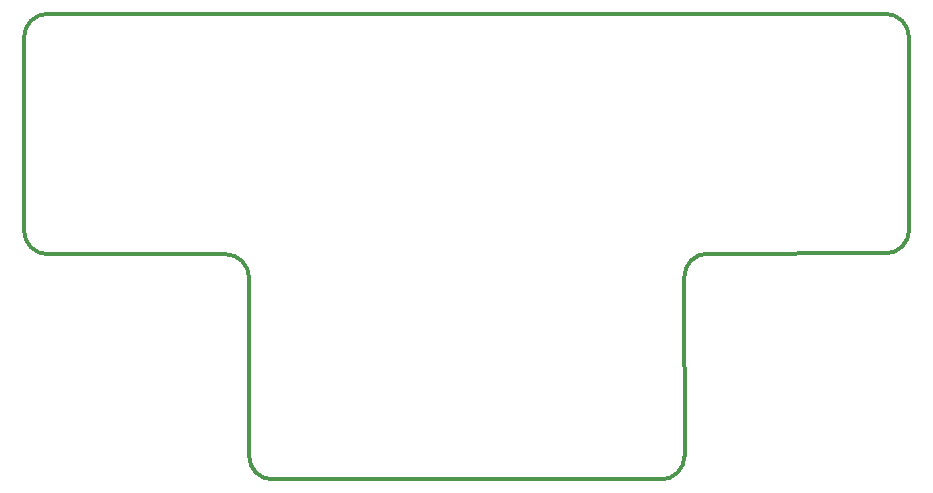
<source format=gm1>
G04 #@! TF.GenerationSoftware,KiCad,Pcbnew,8.0.5*
G04 #@! TF.CreationDate,2024-09-18T06:56:01+09:00*
G04 #@! TF.ProjectId,SandyLP_Plate_Top,53616e64-794c-4505-9f50-6c6174655f54,v.0*
G04 #@! TF.SameCoordinates,Original*
G04 #@! TF.FileFunction,Profile,NP*
%FSLAX46Y46*%
G04 Gerber Fmt 4.6, Leading zero omitted, Abs format (unit mm)*
G04 Created by KiCad (PCBNEW 8.0.5) date 2024-09-18 06:56:01*
%MOMM*%
%LPD*%
G01*
G04 APERTURE LIST*
G04 #@! TA.AperFunction,Profile*
%ADD10C,0.300000*%
G04 #@! TD*
G04 APERTURE END LIST*
D10*
X120505310Y-33753365D02*
X120505310Y-17397075D01*
X122505310Y-35753365D02*
X137555310Y-35753365D01*
X139555310Y-52826258D02*
X139555310Y-37753365D01*
X141555310Y-54826258D02*
X174430220Y-54824151D01*
X176430220Y-52824151D02*
X176405310Y-37692579D01*
X178405310Y-35692579D02*
X193442810Y-35682579D01*
X193442810Y-15397075D02*
X122505310Y-15397075D01*
X195442810Y-33682579D02*
X195442810Y-17397075D01*
X120505310Y-17397075D02*
G75*
G02*
X122505310Y-15397075I1999999J1D01*
G01*
X122505310Y-35753365D02*
G75*
G02*
X120505310Y-33753365I-1J1999999D01*
G01*
X137555310Y-35753365D02*
G75*
G02*
X139555310Y-37753365I1J-1999999D01*
G01*
X141555310Y-54826258D02*
G75*
G02*
X139555310Y-52826258I-1J1999999D01*
G01*
X176405310Y-37692579D02*
G75*
G02*
X178405310Y-35692575I1999950J54D01*
G01*
X176430220Y-52824151D02*
G75*
G02*
X174430220Y-54824145I-1999910J-84D01*
G01*
X193442810Y-15397075D02*
G75*
G02*
X195442840Y-17397075I0J-2000030D01*
G01*
X195442810Y-33682579D02*
G75*
G02*
X193442810Y-35682605I-2000100J74D01*
G01*
M02*

</source>
